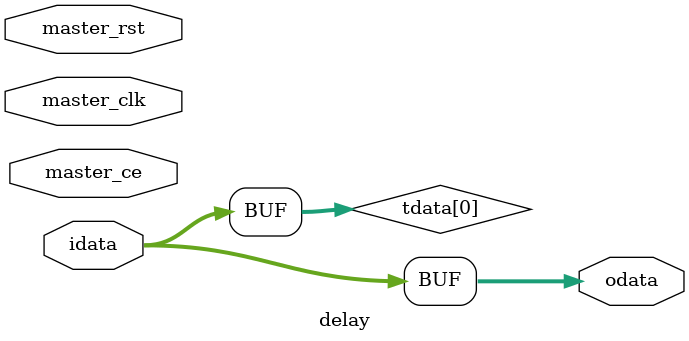
<source format=sv>
`timescale 1ns / 1ps

module register #
(
    parameter N=8
)
(
    input clk,
    input ce,
    input rst,
    input [N-1:0]d,
    output [N-1:0]q
);
reg [N-1:0]val=1'b0;

always @(posedge clk)
begin
    if(rst) val<=0;
    else if(ce) val<=d;
    else val<=val;
end

assign q=val;

endmodule

module delay #
(
    parameter N=8,
    parameter DELAY=0
)
(
    input [N-1:0]idata,
    input master_clk,
    input master_ce,
    input master_rst,
    output [N-1:0]odata
);

wire [N-1:0]tdata [DELAY:0];

genvar i;
assign tdata[0]=idata;
generate
    if (DELAY==0) begin
        assign odata=idata;
    end else begin
        for(i=0;i<DELAY;i=i+1)
        begin
            register #(.N(N)) register_i
            (
                .clk(master_clk),
                .ce(master_ce),
                .rst(master_rst),
                .d(tdata[i]),
                .q(tdata[i+1])
            );
        end
        assign odata=tdata[DELAY];
    end
endgenerate
    
endmodule

</source>
